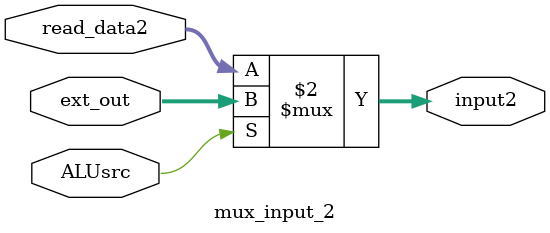
<source format=v>
`timescale 1ns / 1ps


module mux_input_2(
    input ALUsrc,
    input [31:0] read_data2,
    input [31:0] ext_out,
    output [31:0] input2
);
    assign input2 = (ALUsrc==0)?read_data2:ext_out;
endmodule

</source>
